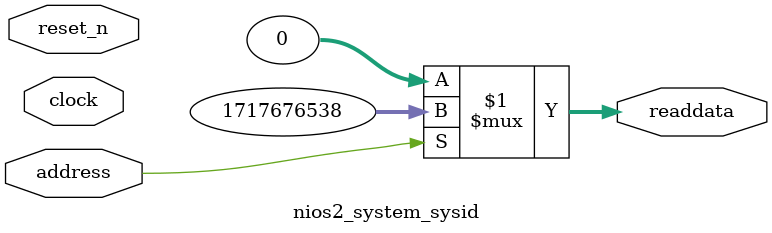
<source format=v>



// synthesis translate_off
`timescale 1ns / 1ps
// synthesis translate_on

// turn off superfluous verilog processor warnings 
// altera message_level Level1 
// altera message_off 10034 10035 10036 10037 10230 10240 10030 

module nios2_system_sysid (
               // inputs:
                address,
                clock,
                reset_n,

               // outputs:
                readdata
             )
;

  output  [ 31: 0] readdata;
  input            address;
  input            clock;
  input            reset_n;

  wire    [ 31: 0] readdata;
  //control_slave, which is an e_avalon_slave
  assign readdata = address ? 1717676538 : 0;

endmodule



</source>
